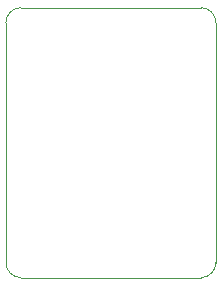
<source format=gbr>
%TF.GenerationSoftware,KiCad,Pcbnew,(6.0.1)*%
%TF.CreationDate,2022-04-12T16:45:31-07:00*%
%TF.ProjectId,3208_board,33323038-5f62-46f6-9172-642e6b696361,rev?*%
%TF.SameCoordinates,Original*%
%TF.FileFunction,Profile,NP*%
%FSLAX46Y46*%
G04 Gerber Fmt 4.6, Leading zero omitted, Abs format (unit mm)*
G04 Created by KiCad (PCBNEW (6.0.1)) date 2022-04-12 16:45:31*
%MOMM*%
%LPD*%
G01*
G04 APERTURE LIST*
%TA.AperFunction,Profile*%
%ADD10C,0.100000*%
%TD*%
G04 APERTURE END LIST*
D10*
X155575000Y-57785000D02*
X155575000Y-78105000D01*
X137795000Y-78105000D02*
G75*
G03*
X139065000Y-79375000I1269999J-1D01*
G01*
X139065000Y-56515000D02*
X154305000Y-56515000D01*
X139065000Y-56515000D02*
G75*
G03*
X137795000Y-57785000I-1J-1269999D01*
G01*
X154305000Y-79375000D02*
X139065000Y-79375000D01*
X137795000Y-78105000D02*
X137795000Y-57785000D01*
X154305000Y-79375000D02*
G75*
G03*
X155575000Y-78105000I1J1269999D01*
G01*
X155575000Y-57785000D02*
G75*
G03*
X154305000Y-56515000I-1269999J1D01*
G01*
M02*

</source>
